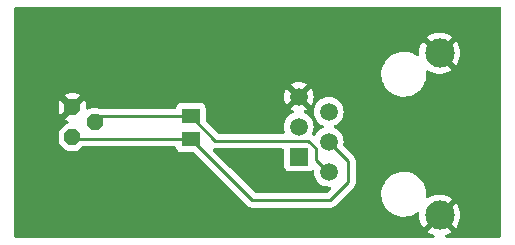
<source format=gbr>
%TF.GenerationSoftware,KiCad,Pcbnew,7.0.6*%
%TF.CreationDate,2023-12-02T19:46:18-07:00*%
%TF.ProjectId,Temperature Sensor Board 2,54656d70-6572-4617-9475-72652053656e,rev?*%
%TF.SameCoordinates,Original*%
%TF.FileFunction,Copper,L1,Top*%
%TF.FilePolarity,Positive*%
%FSLAX46Y46*%
G04 Gerber Fmt 4.6, Leading zero omitted, Abs format (unit mm)*
G04 Created by KiCad (PCBNEW 7.0.6) date 2023-12-02 19:46:18*
%MOMM*%
%LPD*%
G01*
G04 APERTURE LIST*
G04 Aperture macros list*
%AMOutline5P*
0 Free polygon, 5 corners , with rotation*
0 The origin of the aperture is its center*
0 number of corners: always 5*
0 $1 to $10 corner X, Y*
0 $11 Rotation angle, in degrees counterclockwise*
0 create outline with 5 corners*
4,1,5,$1,$2,$3,$4,$5,$6,$7,$8,$9,$10,$1,$2,$11*%
%AMOutline6P*
0 Free polygon, 6 corners , with rotation*
0 The origin of the aperture is its center*
0 number of corners: always 6*
0 $1 to $12 corner X, Y*
0 $13 Rotation angle, in degrees counterclockwise*
0 create outline with 6 corners*
4,1,6,$1,$2,$3,$4,$5,$6,$7,$8,$9,$10,$11,$12,$1,$2,$13*%
%AMOutline7P*
0 Free polygon, 7 corners , with rotation*
0 The origin of the aperture is its center*
0 number of corners: always 7*
0 $1 to $14 corner X, Y*
0 $15 Rotation angle, in degrees counterclockwise*
0 create outline with 7 corners*
4,1,7,$1,$2,$3,$4,$5,$6,$7,$8,$9,$10,$11,$12,$13,$14,$1,$2,$15*%
%AMOutline8P*
0 Free polygon, 8 corners , with rotation*
0 The origin of the aperture is its center*
0 number of corners: always 8*
0 $1 to $16 corner X, Y*
0 $17 Rotation angle, in degrees counterclockwise*
0 create outline with 8 corners*
4,1,8,$1,$2,$3,$4,$5,$6,$7,$8,$9,$10,$11,$12,$13,$14,$15,$16,$1,$2,$17*%
G04 Aperture macros list end*
%TA.AperFunction,ComponentPad*%
%ADD10R,1.508000X1.508000*%
%TD*%
%TA.AperFunction,ComponentPad*%
%ADD11C,1.508000*%
%TD*%
%TA.AperFunction,ComponentPad*%
%ADD12C,2.475000*%
%TD*%
%TA.AperFunction,ComponentPad*%
%ADD13Outline8P,-0.660400X0.273547X-0.273547X0.660400X0.273547X0.660400X0.660400X0.273547X0.660400X-0.273547X0.273547X-0.660400X-0.273547X-0.660400X-0.660400X-0.273547X270.000000*%
%TD*%
%TA.AperFunction,SMDPad,CuDef*%
%ADD14R,1.500000X1.300000*%
%TD*%
%TA.AperFunction,ViaPad*%
%ADD15C,0.800000*%
%TD*%
%TA.AperFunction,Conductor*%
%ADD16C,0.250000*%
%TD*%
G04 APERTURE END LIST*
D10*
%TO.P,J1,1*%
%TO.N,N/C*%
X133817354Y-97114354D03*
D11*
%TO.P,J1,2*%
X133817354Y-94574354D03*
%TO.P,J1,3*%
X133817354Y-92034354D03*
%TO.P,J1,4*%
X136357354Y-98384354D03*
%TO.P,J1,5*%
X136357354Y-95844354D03*
%TO.P,J1,6*%
X136357354Y-93304354D03*
D12*
%TO.P,J1,SH1*%
X145757354Y-102074354D03*
%TO.P,J1,SH2*%
X145757354Y-88354354D03*
%TD*%
D13*
%TO.P,U$1,1,GND*%
%TO.N,N/C*%
X114640354Y-92923354D03*
%TO.P,U$1,2,DQ*%
X116545354Y-94193354D03*
%TO.P,U$1,3,VDD*%
X114640354Y-95463354D03*
%TD*%
D14*
%TO.P,4.7k,1*%
%TO.N,N/C*%
X124673354Y-93690354D03*
%TO.P,4.7k,2*%
X124673354Y-95590354D03*
%TD*%
D15*
%TO.N,*%
X131531354Y-93939354D03*
X127975354Y-97241354D03*
X120228354Y-97368354D03*
X120228354Y-91907354D03*
X129753354Y-93939354D03*
X129753354Y-97241354D03*
X131404354Y-97241354D03*
X127848354Y-93939354D03*
%TD*%
D16*
%TO.N,*%
X135281354Y-97432354D02*
X135281354Y-96419354D01*
X138008354Y-97495354D02*
X138008354Y-99273354D01*
X136484354Y-100797354D02*
X129880354Y-100797354D01*
X135281354Y-96419354D02*
X134642354Y-95780354D01*
X117048354Y-93690354D02*
X116545354Y-94193354D01*
X126763354Y-95780354D02*
X124673354Y-93690354D01*
X134642354Y-95780354D02*
X126763354Y-95780354D01*
X114767354Y-95590354D02*
X114640354Y-95463354D01*
X129880354Y-100797354D02*
X124673354Y-95590354D01*
X124673354Y-95590354D02*
X114767354Y-95590354D01*
X136357354Y-95844354D02*
X138008354Y-97495354D01*
X136360354Y-98511354D02*
X135281354Y-97432354D01*
X138008354Y-99273354D02*
X136484354Y-100797354D01*
X124673354Y-93690354D02*
X117048354Y-93690354D01*
%TD*%
%TA.AperFunction,NonConductor*%
G36*
X150905393Y-84434039D02*
G01*
X150951148Y-84486843D01*
X150962354Y-84538354D01*
X150962354Y-103793992D01*
X150942669Y-103861031D01*
X150926035Y-103881673D01*
X150871673Y-103936035D01*
X150810350Y-103969520D01*
X150783992Y-103972354D01*
X146321597Y-103972354D01*
X146254558Y-103952669D01*
X146208803Y-103899865D01*
X146198859Y-103830707D01*
X146227884Y-103767151D01*
X146285047Y-103729863D01*
X146393917Y-103696280D01*
X146628531Y-103583296D01*
X146628533Y-103583295D01*
X146797526Y-103468078D01*
X146137747Y-102808300D01*
X146259567Y-102735004D01*
X146389846Y-102611597D01*
X146490550Y-102463070D01*
X146493134Y-102456582D01*
X147150583Y-103114031D01*
X147196969Y-103055865D01*
X147327176Y-102830341D01*
X147422314Y-102587932D01*
X147422320Y-102587913D01*
X147480265Y-102334036D01*
X147480266Y-102334031D01*
X147499726Y-102074358D01*
X147499726Y-102074349D01*
X147480266Y-101814676D01*
X147480265Y-101814671D01*
X147422320Y-101560794D01*
X147422314Y-101560775D01*
X147327176Y-101318366D01*
X147196966Y-101092837D01*
X147150584Y-101034675D01*
X146490094Y-101695165D01*
X146444224Y-101608644D01*
X146328052Y-101471876D01*
X146185194Y-101363278D01*
X146137118Y-101341036D01*
X146797526Y-100680628D01*
X146628540Y-100565416D01*
X146628531Y-100565411D01*
X146393916Y-100452427D01*
X146393918Y-100452427D01*
X146145076Y-100375669D01*
X146145070Y-100375668D01*
X145887567Y-100336854D01*
X145627140Y-100336854D01*
X145369637Y-100375668D01*
X145369631Y-100375669D01*
X145120790Y-100452427D01*
X144886176Y-100565411D01*
X144886167Y-100565416D01*
X144793084Y-100628879D01*
X144726605Y-100650379D01*
X144659055Y-100632525D01*
X144611881Y-100580984D01*
X144600061Y-100512122D01*
X144601293Y-100503919D01*
X144601506Y-100502770D01*
X144611667Y-100224758D01*
X144581240Y-99948230D01*
X144510874Y-99679078D01*
X144402070Y-99423040D01*
X144257146Y-99185573D01*
X144165466Y-99075407D01*
X144079192Y-98971737D01*
X144079186Y-98971732D01*
X143871997Y-98786091D01*
X143639983Y-98632592D01*
X143639981Y-98632591D01*
X143388087Y-98514508D01*
X143388082Y-98514506D01*
X143388077Y-98514504D01*
X143121696Y-98434361D01*
X143121682Y-98434358D01*
X143002919Y-98416880D01*
X142846453Y-98393854D01*
X142637891Y-98393854D01*
X142637885Y-98393854D01*
X142429899Y-98409077D01*
X142429889Y-98409078D01*
X142158361Y-98469564D01*
X142158351Y-98469567D01*
X141898515Y-98568946D01*
X141655915Y-98705100D01*
X141655910Y-98705103D01*
X141435723Y-98875126D01*
X141435713Y-98875135D01*
X141242635Y-99075399D01*
X141242628Y-99075407D01*
X141080766Y-99301649D01*
X141080759Y-99301661D01*
X140953563Y-99549055D01*
X140953559Y-99549065D01*
X140863733Y-99812366D01*
X140863732Y-99812372D01*
X140813202Y-100085938D01*
X140813201Y-100085945D01*
X140803040Y-100363948D01*
X140833468Y-100640479D01*
X140903832Y-100909626D01*
X140959080Y-101039637D01*
X141012638Y-101165668D01*
X141152497Y-101394836D01*
X141157559Y-101403130D01*
X141157566Y-101403140D01*
X141335515Y-101616970D01*
X141335521Y-101616975D01*
X141501272Y-101765487D01*
X141542711Y-101802617D01*
X141774727Y-101956117D01*
X142026621Y-102074200D01*
X142026628Y-102074202D01*
X142026630Y-102074203D01*
X142293011Y-102154346D01*
X142293018Y-102154347D01*
X142293023Y-102154349D01*
X142568255Y-102194854D01*
X142568260Y-102194854D01*
X142776823Y-102194854D01*
X142837216Y-102190433D01*
X142984809Y-102179631D01*
X143256351Y-102119142D01*
X143516192Y-102019762D01*
X143758794Y-101883607D01*
X143825657Y-101831976D01*
X143890747Y-101806584D01*
X143959235Y-101820413D01*
X144009373Y-101869074D01*
X144025245Y-101937118D01*
X144025095Y-101939388D01*
X144014982Y-102074349D01*
X144014982Y-102074358D01*
X144034441Y-102334031D01*
X144034442Y-102334036D01*
X144092387Y-102587913D01*
X144092393Y-102587932D01*
X144187531Y-102830341D01*
X144317741Y-103055870D01*
X144364122Y-103114031D01*
X145024612Y-102453541D01*
X145070484Y-102540064D01*
X145186656Y-102676832D01*
X145329514Y-102785430D01*
X145377588Y-102807671D01*
X144717180Y-103468078D01*
X144886167Y-103583291D01*
X144886176Y-103583296D01*
X145120791Y-103696280D01*
X145120789Y-103696280D01*
X145229661Y-103729863D01*
X145287920Y-103768434D01*
X145316078Y-103832378D01*
X145305194Y-103901395D01*
X145258725Y-103953572D01*
X145193111Y-103972354D01*
X109865716Y-103972354D01*
X109798677Y-103952669D01*
X109778034Y-103936034D01*
X109724171Y-103882170D01*
X109690687Y-103820847D01*
X109687854Y-103794499D01*
X109687854Y-95777880D01*
X113479454Y-95777880D01*
X113490014Y-95861950D01*
X113545089Y-95994915D01*
X113545090Y-95994917D01*
X113545091Y-95994918D01*
X113597074Y-96061835D01*
X113597080Y-96061841D01*
X114041874Y-96506636D01*
X114041884Y-96506645D01*
X114071762Y-96529854D01*
X114108791Y-96558618D01*
X114241758Y-96613694D01*
X114325830Y-96624254D01*
X114325833Y-96624254D01*
X114954874Y-96624254D01*
X114954877Y-96624254D01*
X115038951Y-96613694D01*
X115171918Y-96558617D01*
X115238835Y-96506634D01*
X115493296Y-96252173D01*
X115554620Y-96218688D01*
X115580978Y-96215854D01*
X123303690Y-96215854D01*
X123370729Y-96235539D01*
X123416484Y-96288343D01*
X123426980Y-96326600D01*
X123429263Y-96347837D01*
X123479556Y-96482682D01*
X123479560Y-96482689D01*
X123565806Y-96597898D01*
X123565809Y-96597901D01*
X123681018Y-96684147D01*
X123681025Y-96684151D01*
X123815871Y-96734445D01*
X123815870Y-96734445D01*
X123822798Y-96735189D01*
X123875481Y-96740854D01*
X124887901Y-96740853D01*
X124954940Y-96760537D01*
X124975581Y-96777171D01*
X127212405Y-99013996D01*
X129379551Y-101181142D01*
X129389376Y-101193405D01*
X129389597Y-101193223D01*
X129394568Y-101199232D01*
X129415397Y-101218791D01*
X129444989Y-101246580D01*
X129465883Y-101267474D01*
X129471365Y-101271727D01*
X129475797Y-101275511D01*
X129509772Y-101307416D01*
X129527330Y-101317068D01*
X129543587Y-101327747D01*
X129559418Y-101340027D01*
X129579091Y-101348540D01*
X129602187Y-101358536D01*
X129607431Y-101361104D01*
X129648262Y-101383551D01*
X129660877Y-101386789D01*
X129667659Y-101388531D01*
X129686073Y-101394835D01*
X129704458Y-101402792D01*
X129750511Y-101410086D01*
X129756180Y-101411260D01*
X129801335Y-101422854D01*
X129821370Y-101422854D01*
X129840767Y-101424380D01*
X129860550Y-101427514D01*
X129906937Y-101423129D01*
X129912776Y-101422854D01*
X136401611Y-101422854D01*
X136417231Y-101424578D01*
X136417258Y-101424293D01*
X136425014Y-101425025D01*
X136425021Y-101425027D01*
X136494168Y-101422854D01*
X136523704Y-101422854D01*
X136530582Y-101421984D01*
X136536395Y-101421526D01*
X136582981Y-101420063D01*
X136602223Y-101414471D01*
X136621266Y-101410528D01*
X136641146Y-101408018D01*
X136684476Y-101390861D01*
X136690000Y-101388971D01*
X136693750Y-101387881D01*
X136734744Y-101375972D01*
X136751983Y-101365776D01*
X136769457Y-101357216D01*
X136788081Y-101349842D01*
X136788081Y-101349841D01*
X136788086Y-101349840D01*
X136825803Y-101322436D01*
X136830659Y-101319246D01*
X136870774Y-101295524D01*
X136884943Y-101281353D01*
X136899733Y-101268722D01*
X136915941Y-101256948D01*
X136945653Y-101221030D01*
X136949566Y-101216730D01*
X138392141Y-99774156D01*
X138404396Y-99764340D01*
X138404213Y-99764118D01*
X138410220Y-99759146D01*
X138410231Y-99759140D01*
X138441129Y-99726236D01*
X138457581Y-99708718D01*
X138468025Y-99698272D01*
X138478474Y-99687825D01*
X138482733Y-99682332D01*
X138486506Y-99677915D01*
X138518416Y-99643936D01*
X138528067Y-99626378D01*
X138538750Y-99610115D01*
X138551027Y-99594290D01*
X138569539Y-99551507D01*
X138572092Y-99546295D01*
X138594551Y-99505446D01*
X138599534Y-99486034D01*
X138605835Y-99467634D01*
X138613791Y-99449250D01*
X138621083Y-99403206D01*
X138622260Y-99397525D01*
X138633854Y-99352373D01*
X138633854Y-99332336D01*
X138635381Y-99312936D01*
X138638514Y-99293158D01*
X138634129Y-99246769D01*
X138633854Y-99240931D01*
X138633854Y-97578096D01*
X138635578Y-97562476D01*
X138635293Y-97562449D01*
X138636027Y-97554687D01*
X138633854Y-97485526D01*
X138633854Y-97456010D01*
X138633854Y-97456004D01*
X138632985Y-97449133D01*
X138632527Y-97443306D01*
X138631064Y-97396727D01*
X138625473Y-97377484D01*
X138621527Y-97358432D01*
X138619018Y-97338562D01*
X138601858Y-97295221D01*
X138599978Y-97289733D01*
X138586972Y-97244964D01*
X138582347Y-97237144D01*
X138576777Y-97227725D01*
X138568215Y-97210248D01*
X138560841Y-97191624D01*
X138560840Y-97191622D01*
X138533433Y-97153899D01*
X138530242Y-97149040D01*
X138506526Y-97108937D01*
X138506519Y-97108928D01*
X138492360Y-97094769D01*
X138479722Y-97079973D01*
X138467948Y-97063767D01*
X138458056Y-97055584D01*
X138432042Y-97034063D01*
X138427730Y-97030140D01*
X137619207Y-96221617D01*
X137585722Y-96160294D01*
X137587113Y-96101843D01*
X137597515Y-96063028D01*
X137616646Y-95844354D01*
X137597515Y-95625680D01*
X137540701Y-95413651D01*
X137447933Y-95214708D01*
X137447930Y-95214704D01*
X137447930Y-95214703D01*
X137322031Y-95034901D01*
X137322026Y-95034895D01*
X137166812Y-94879681D01*
X137166806Y-94879676D01*
X136987004Y-94753777D01*
X136986996Y-94753773D01*
X136925113Y-94724917D01*
X136843232Y-94686735D01*
X136790793Y-94640564D01*
X136771641Y-94573371D01*
X136791856Y-94506490D01*
X136843233Y-94461972D01*
X136873546Y-94447837D01*
X136987000Y-94394933D01*
X137166811Y-94269028D01*
X137322028Y-94113811D01*
X137447933Y-93934000D01*
X137540701Y-93735057D01*
X137597515Y-93523028D01*
X137611863Y-93359022D01*
X137616646Y-93304356D01*
X137616646Y-93304351D01*
X137606790Y-93191696D01*
X137597515Y-93085680D01*
X137540701Y-92873651D01*
X137447933Y-92674708D01*
X137447931Y-92674705D01*
X137447930Y-92674703D01*
X137322031Y-92494901D01*
X137322026Y-92494895D01*
X137166812Y-92339681D01*
X137166806Y-92339676D01*
X136987004Y-92213777D01*
X136986996Y-92213773D01*
X136788062Y-92121009D01*
X136788060Y-92121008D01*
X136788057Y-92121007D01*
X136637239Y-92080594D01*
X136576029Y-92064193D01*
X136576022Y-92064192D01*
X136357356Y-92045062D01*
X136357352Y-92045062D01*
X136138685Y-92064192D01*
X136138678Y-92064193D01*
X136016256Y-92096996D01*
X135926651Y-92121007D01*
X135926649Y-92121007D01*
X135926645Y-92121009D01*
X135727711Y-92213773D01*
X135727703Y-92213777D01*
X135547901Y-92339676D01*
X135547895Y-92339681D01*
X135392681Y-92494895D01*
X135392676Y-92494901D01*
X135266777Y-92674703D01*
X135266773Y-92674711D01*
X135174009Y-92873645D01*
X135117193Y-93085678D01*
X135117192Y-93085685D01*
X135098062Y-93304351D01*
X135098062Y-93304356D01*
X135113758Y-93483775D01*
X135117193Y-93523028D01*
X135174007Y-93735057D01*
X135174008Y-93735060D01*
X135174009Y-93735062D01*
X135266773Y-93933996D01*
X135266777Y-93934004D01*
X135392676Y-94113806D01*
X135392681Y-94113812D01*
X135547895Y-94269026D01*
X135547901Y-94269031D01*
X135727703Y-94394930D01*
X135727705Y-94394931D01*
X135727708Y-94394933D01*
X135795619Y-94426600D01*
X135871474Y-94461972D01*
X135923914Y-94508144D01*
X135943066Y-94575337D01*
X135922850Y-94642219D01*
X135871474Y-94686736D01*
X135727711Y-94753773D01*
X135727703Y-94753777D01*
X135547901Y-94879676D01*
X135547895Y-94879681D01*
X135392681Y-95034895D01*
X135392676Y-95034901D01*
X135266777Y-95214703D01*
X135266777Y-95214704D01*
X135243940Y-95263678D01*
X135197767Y-95316117D01*
X135130573Y-95335268D01*
X135063692Y-95315052D01*
X135055540Y-95309237D01*
X135051329Y-95305970D01*
X135046910Y-95302196D01*
X135012936Y-95270292D01*
X135006437Y-95266719D01*
X134957173Y-95217173D01*
X134942517Y-95148858D01*
X134953793Y-95105653D01*
X134972863Y-95064756D01*
X135000701Y-95005057D01*
X135057515Y-94793028D01*
X135071863Y-94629022D01*
X135076646Y-94574356D01*
X135076646Y-94574351D01*
X135064879Y-94439854D01*
X135057515Y-94355680D01*
X135000701Y-94143651D01*
X134907933Y-93944708D01*
X134907931Y-93944705D01*
X134907930Y-93944703D01*
X134782031Y-93764901D01*
X134782026Y-93764895D01*
X134626812Y-93609681D01*
X134626806Y-93609676D01*
X134447004Y-93483777D01*
X134447000Y-93483775D01*
X134302642Y-93416460D01*
X134250203Y-93370288D01*
X134231051Y-93303094D01*
X134251267Y-93236213D01*
X134302643Y-93191696D01*
X134446744Y-93124500D01*
X134509797Y-93080350D01*
X133949888Y-92520440D01*
X133959669Y-92519034D01*
X134090454Y-92459306D01*
X134199115Y-92365152D01*
X134276847Y-92244198D01*
X134300430Y-92163877D01*
X134863350Y-92726797D01*
X134907499Y-92663746D01*
X135000228Y-92464887D01*
X135000232Y-92464878D01*
X135057018Y-92252946D01*
X135057020Y-92252936D01*
X135076144Y-92034354D01*
X135076144Y-92034353D01*
X135057020Y-91815771D01*
X135057018Y-91815761D01*
X135000232Y-91603829D01*
X135000229Y-91603820D01*
X134907498Y-91404960D01*
X134907497Y-91404958D01*
X134863350Y-91341910D01*
X134863350Y-91341909D01*
X134300430Y-91904829D01*
X134276847Y-91824510D01*
X134199115Y-91703556D01*
X134090454Y-91609402D01*
X133959669Y-91549674D01*
X133949887Y-91548267D01*
X134509797Y-90988357D01*
X134509796Y-90988356D01*
X134446749Y-90944210D01*
X134446747Y-90944209D01*
X134247887Y-90851478D01*
X134247878Y-90851475D01*
X134035946Y-90794689D01*
X134035936Y-90794687D01*
X133817355Y-90775564D01*
X133817353Y-90775564D01*
X133598771Y-90794687D01*
X133598761Y-90794689D01*
X133386829Y-90851475D01*
X133386820Y-90851478D01*
X133187956Y-90944211D01*
X133124909Y-90988355D01*
X133684821Y-91548267D01*
X133675039Y-91549674D01*
X133544254Y-91609402D01*
X133435593Y-91703556D01*
X133357861Y-91824510D01*
X133334276Y-91904830D01*
X132771355Y-91341909D01*
X132727211Y-91404956D01*
X132634478Y-91603820D01*
X132634475Y-91603829D01*
X132577689Y-91815761D01*
X132577687Y-91815771D01*
X132558564Y-92034353D01*
X132558564Y-92034354D01*
X132577687Y-92252936D01*
X132577689Y-92252946D01*
X132634475Y-92464878D01*
X132634478Y-92464887D01*
X132727209Y-92663747D01*
X132727210Y-92663749D01*
X132771356Y-92726796D01*
X132771357Y-92726797D01*
X133334276Y-92163877D01*
X133357861Y-92244198D01*
X133435593Y-92365152D01*
X133544254Y-92459306D01*
X133675039Y-92519034D01*
X133684820Y-92520440D01*
X133124909Y-93080350D01*
X133187958Y-93124497D01*
X133187960Y-93124498D01*
X133332065Y-93191696D01*
X133384504Y-93237869D01*
X133403656Y-93305062D01*
X133383440Y-93371943D01*
X133332065Y-93416460D01*
X133187707Y-93483775D01*
X133187703Y-93483777D01*
X133007901Y-93609676D01*
X133007895Y-93609681D01*
X132852681Y-93764895D01*
X132852676Y-93764901D01*
X132726777Y-93944703D01*
X132726773Y-93944711D01*
X132634009Y-94143645D01*
X132634007Y-94143649D01*
X132634007Y-94143651D01*
X132609996Y-94233256D01*
X132577193Y-94355678D01*
X132577192Y-94355685D01*
X132558062Y-94574351D01*
X132558062Y-94574356D01*
X132573758Y-94753775D01*
X132577193Y-94793028D01*
X132632320Y-94998764D01*
X132630658Y-95068609D01*
X132591496Y-95126472D01*
X132527268Y-95153977D01*
X132512546Y-95154854D01*
X127073807Y-95154854D01*
X127006768Y-95135169D01*
X126986126Y-95118535D01*
X125960172Y-94092581D01*
X125926687Y-94031258D01*
X125923853Y-94004900D01*
X125923853Y-92992483D01*
X125923852Y-92992477D01*
X125917445Y-92932870D01*
X125867151Y-92798025D01*
X125867147Y-92798018D01*
X125780901Y-92682809D01*
X125780898Y-92682806D01*
X125665689Y-92596560D01*
X125665682Y-92596556D01*
X125530836Y-92546262D01*
X125530837Y-92546262D01*
X125471237Y-92539855D01*
X125471235Y-92539854D01*
X125471227Y-92539854D01*
X125471218Y-92539854D01*
X123875483Y-92539854D01*
X123875477Y-92539855D01*
X123815870Y-92546262D01*
X123681025Y-92596556D01*
X123681018Y-92596560D01*
X123565809Y-92682806D01*
X123565806Y-92682809D01*
X123479560Y-92798018D01*
X123479556Y-92798025D01*
X123429262Y-92932870D01*
X123426979Y-92954111D01*
X123400240Y-93018662D01*
X123342847Y-93058509D01*
X123303690Y-93064854D01*
X117131091Y-93064854D01*
X117115474Y-93063130D01*
X117115447Y-93063416D01*
X117107685Y-93062681D01*
X117038557Y-93064854D01*
X117021341Y-93064854D01*
X116973889Y-93055415D01*
X116943950Y-93043014D01*
X116922932Y-93040374D01*
X116859881Y-93032454D01*
X116859878Y-93032454D01*
X116230831Y-93032454D01*
X116230827Y-93032454D01*
X116146757Y-93043014D01*
X116013791Y-93098090D01*
X116000820Y-93108166D01*
X115935801Y-93133745D01*
X115867274Y-93120111D01*
X115816997Y-93071594D01*
X115800753Y-93010238D01*
X115800753Y-92608863D01*
X115790204Y-92524881D01*
X115735183Y-92392048D01*
X115683261Y-92325210D01*
X115683250Y-92325197D01*
X115637657Y-92279604D01*
X115043901Y-92873359D01*
X115031681Y-92796204D01*
X114973237Y-92681500D01*
X114882208Y-92590471D01*
X114767504Y-92532027D01*
X114690348Y-92519806D01*
X115284103Y-91926050D01*
X115238510Y-91880457D01*
X115238497Y-91880446D01*
X115171659Y-91828524D01*
X115038825Y-91773503D01*
X114954842Y-91762954D01*
X114325863Y-91762954D01*
X114241881Y-91773503D01*
X114109048Y-91828524D01*
X114042206Y-91880449D01*
X114042191Y-91880462D01*
X113996604Y-91926048D01*
X113996604Y-91926050D01*
X114590360Y-92519806D01*
X114513204Y-92532027D01*
X114398500Y-92590471D01*
X114307471Y-92681500D01*
X114249027Y-92796204D01*
X114236806Y-92873360D01*
X113643050Y-92279604D01*
X113643049Y-92279604D01*
X113597462Y-92325191D01*
X113597449Y-92325206D01*
X113545524Y-92392048D01*
X113545524Y-92392049D01*
X113490503Y-92524882D01*
X113479954Y-92608865D01*
X113479954Y-93237844D01*
X113490503Y-93321826D01*
X113545524Y-93454659D01*
X113597446Y-93521497D01*
X113597450Y-93521502D01*
X113643050Y-93567102D01*
X114236806Y-92973347D01*
X114249027Y-93050504D01*
X114307471Y-93165208D01*
X114398500Y-93256237D01*
X114513204Y-93314681D01*
X114590359Y-93326901D01*
X113996604Y-93920657D01*
X114042197Y-93966250D01*
X114042210Y-93966261D01*
X114109048Y-94018183D01*
X114241875Y-94073202D01*
X114241939Y-94073219D01*
X114241988Y-94073248D01*
X114249562Y-94076386D01*
X114249082Y-94077543D01*
X114301711Y-94109400D01*
X114332433Y-94172153D01*
X114324352Y-94241553D01*
X114280033Y-94295568D01*
X114249336Y-94309590D01*
X114249437Y-94309833D01*
X114242669Y-94312636D01*
X114241965Y-94312958D01*
X114241764Y-94313011D01*
X114108792Y-94368089D01*
X114041873Y-94420074D01*
X114041866Y-94420080D01*
X113597071Y-94864874D01*
X113597062Y-94864884D01*
X113545089Y-94931791D01*
X113490014Y-95064756D01*
X113490014Y-95064757D01*
X113479454Y-95148826D01*
X113479454Y-95777880D01*
X109687854Y-95777880D01*
X109687854Y-90203948D01*
X140803040Y-90203948D01*
X140833468Y-90480479D01*
X140903832Y-90749626D01*
X141005281Y-90988357D01*
X141012638Y-91005668D01*
X141157559Y-91243130D01*
X141157566Y-91243140D01*
X141335515Y-91456970D01*
X141335521Y-91456975D01*
X141499411Y-91603820D01*
X141542711Y-91642617D01*
X141774727Y-91796117D01*
X142026621Y-91914200D01*
X142026628Y-91914202D01*
X142026630Y-91914203D01*
X142293011Y-91994346D01*
X142293018Y-91994347D01*
X142293023Y-91994349D01*
X142568255Y-92034854D01*
X142568260Y-92034854D01*
X142776823Y-92034854D01*
X142837216Y-92030433D01*
X142984809Y-92019631D01*
X143256351Y-91959142D01*
X143516192Y-91859762D01*
X143758794Y-91723607D01*
X143978986Y-91553580D01*
X144172076Y-91353305D01*
X144333947Y-91127050D01*
X144427952Y-90944209D01*
X144461144Y-90879652D01*
X144461148Y-90879642D01*
X144461151Y-90879637D01*
X144550975Y-90616340D01*
X144601506Y-90342770D01*
X144611667Y-90064758D01*
X144594900Y-89912380D01*
X144607134Y-89843594D01*
X144654616Y-89792338D01*
X144722272Y-89774889D01*
X144788007Y-89796367D01*
X144886167Y-89863291D01*
X144886176Y-89863296D01*
X145120791Y-89976280D01*
X145120789Y-89976280D01*
X145369631Y-90053038D01*
X145369637Y-90053039D01*
X145627140Y-90091853D01*
X145627147Y-90091854D01*
X145887561Y-90091854D01*
X145887567Y-90091853D01*
X146145070Y-90053039D01*
X146145076Y-90053038D01*
X146393917Y-89976280D01*
X146628531Y-89863296D01*
X146628533Y-89863295D01*
X146797526Y-89748078D01*
X146137747Y-89088300D01*
X146259567Y-89015004D01*
X146389846Y-88891597D01*
X146490550Y-88743070D01*
X146493134Y-88736582D01*
X147150583Y-89394031D01*
X147196969Y-89335865D01*
X147327176Y-89110341D01*
X147422314Y-88867932D01*
X147422320Y-88867913D01*
X147480265Y-88614036D01*
X147480266Y-88614031D01*
X147499726Y-88354358D01*
X147499726Y-88354349D01*
X147480266Y-88094676D01*
X147480265Y-88094671D01*
X147422320Y-87840794D01*
X147422314Y-87840775D01*
X147327176Y-87598366D01*
X147196966Y-87372837D01*
X147150584Y-87314675D01*
X146490094Y-87975165D01*
X146444224Y-87888644D01*
X146328052Y-87751876D01*
X146185194Y-87643278D01*
X146137119Y-87621036D01*
X146797526Y-86960628D01*
X146628540Y-86845416D01*
X146628531Y-86845411D01*
X146393916Y-86732427D01*
X146393918Y-86732427D01*
X146145076Y-86655669D01*
X146145070Y-86655668D01*
X145887567Y-86616854D01*
X145627140Y-86616854D01*
X145369637Y-86655668D01*
X145369631Y-86655669D01*
X145120790Y-86732427D01*
X144886173Y-86845413D01*
X144886160Y-86845420D01*
X144717180Y-86960627D01*
X145376960Y-87620407D01*
X145255141Y-87693704D01*
X145124862Y-87817111D01*
X145024158Y-87965638D01*
X145021572Y-87972125D01*
X144364123Y-87314676D01*
X144317739Y-87372840D01*
X144187531Y-87598366D01*
X144092393Y-87840775D01*
X144092387Y-87840794D01*
X144034442Y-88094671D01*
X144034441Y-88094676D01*
X144014982Y-88354349D01*
X144014982Y-88354358D01*
X144024962Y-88487536D01*
X144010342Y-88555859D01*
X143961105Y-88605432D01*
X143892883Y-88620515D01*
X143832890Y-88600218D01*
X143639983Y-88472592D01*
X143639981Y-88472591D01*
X143388087Y-88354508D01*
X143388082Y-88354506D01*
X143388077Y-88354504D01*
X143121696Y-88274361D01*
X143121682Y-88274358D01*
X143002919Y-88256880D01*
X142846453Y-88233854D01*
X142637891Y-88233854D01*
X142637885Y-88233854D01*
X142429899Y-88249077D01*
X142429889Y-88249078D01*
X142158361Y-88309564D01*
X142158351Y-88309567D01*
X141898515Y-88408946D01*
X141655915Y-88545100D01*
X141655910Y-88545103D01*
X141435723Y-88715126D01*
X141435713Y-88715135D01*
X141242635Y-88915399D01*
X141242628Y-88915407D01*
X141080766Y-89141649D01*
X141080759Y-89141661D01*
X140953563Y-89389055D01*
X140953559Y-89389065D01*
X140863733Y-89652366D01*
X140863732Y-89652372D01*
X140813202Y-89925938D01*
X140813201Y-89925945D01*
X140803040Y-90203948D01*
X109687854Y-90203948D01*
X109687854Y-84592213D01*
X109707538Y-84525178D01*
X109724173Y-84504535D01*
X109778037Y-84450672D01*
X109839360Y-84417188D01*
X109865717Y-84414354D01*
X150838354Y-84414354D01*
X150905393Y-84434039D01*
G37*
%TD.AperFunction*%
%TA.AperFunction,NonConductor*%
G36*
X126676533Y-96405986D02*
G01*
X126676533Y-96405854D01*
X126684335Y-96405854D01*
X126704370Y-96405854D01*
X126723768Y-96407380D01*
X126743548Y-96410513D01*
X126743549Y-96410514D01*
X126743549Y-96410513D01*
X126743550Y-96410514D01*
X126789937Y-96406129D01*
X126795776Y-96405854D01*
X132438854Y-96405854D01*
X132505893Y-96425539D01*
X132551648Y-96478343D01*
X132562854Y-96529854D01*
X132562854Y-97916224D01*
X132562855Y-97916230D01*
X132569262Y-97975837D01*
X132619556Y-98110682D01*
X132619560Y-98110689D01*
X132705806Y-98225898D01*
X132705809Y-98225901D01*
X132821018Y-98312147D01*
X132821025Y-98312151D01*
X132955871Y-98362445D01*
X132955870Y-98362445D01*
X132962798Y-98363189D01*
X133015481Y-98368854D01*
X134619226Y-98368853D01*
X134678837Y-98362445D01*
X134813685Y-98312150D01*
X134902742Y-98245481D01*
X134968205Y-98221064D01*
X135036479Y-98235915D01*
X135085884Y-98285320D01*
X135100737Y-98353593D01*
X135100581Y-98355554D01*
X135098062Y-98384350D01*
X135098062Y-98384356D01*
X135117192Y-98603022D01*
X135117193Y-98603029D01*
X135125115Y-98632592D01*
X135174007Y-98815057D01*
X135174008Y-98815060D01*
X135174009Y-98815062D01*
X135266773Y-99013996D01*
X135266777Y-99014004D01*
X135392676Y-99193806D01*
X135392681Y-99193812D01*
X135547895Y-99349026D01*
X135547901Y-99349031D01*
X135727703Y-99474930D01*
X135727705Y-99474931D01*
X135727708Y-99474933D01*
X135926651Y-99567701D01*
X136138680Y-99624515D01*
X136294875Y-99638180D01*
X136357352Y-99643646D01*
X136357354Y-99643646D01*
X136357355Y-99643646D01*
X136366951Y-99642806D01*
X136452059Y-99635360D01*
X136520557Y-99649126D01*
X136570740Y-99697741D01*
X136586674Y-99765770D01*
X136563299Y-99831613D01*
X136550547Y-99846569D01*
X136261580Y-100135536D01*
X136200260Y-100169020D01*
X136173901Y-100171854D01*
X130190806Y-100171854D01*
X130123767Y-100152169D01*
X130103125Y-100135535D01*
X128034614Y-98067024D01*
X126584584Y-96616994D01*
X126551101Y-96555673D01*
X126556085Y-96485981D01*
X126597957Y-96430048D01*
X126663421Y-96405631D01*
X126676533Y-96405986D01*
G37*
%TD.AperFunction*%
M02*

</source>
